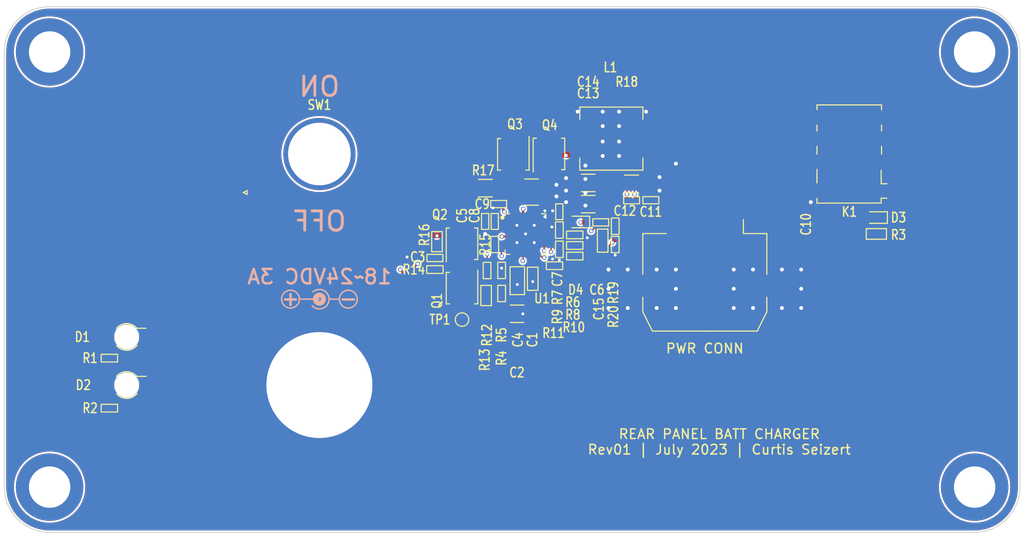
<source format=kicad_pcb>
(kicad_pcb (version 20211014) (generator pcbnew)
  (layers (0 "F.Cu" signal) (1 "In1.Cu" signal) (2 "In2.Cu" signal) (31 "B.Cu" signal) (34 "B.Paste" user) (35 "F.Paste" user) (36 "B.SilkS" user "B.Silkscreen") (37 "F.SilkS" user "F.Silkscreen") (38 "B.Mask" user) (39 "F.Mask" user) (44 "Edge.Cuts" user))
  (net 0 "")
  (net 1 "PWR_SW_GND")
  (net 2 "EP")
  (net 3 "2P")
  (net 4 "PWR_SW")
  (net 5 "Net-(C3-Pad1)")
  (net 6 "CHG_IN+")
  (net 7 "Net-(C4-Pad1)")
  (net 8 "Net-(C2-Pad1)")
  (net 9 "Net-(C3-Pad2)")
  (net 10 "PACK+")
  (net 11 "CHG")
  (net 13 "Net-(D1-Pad2)")
  (net 14 "ACP")
  (net 15 "VREF")
  (net 16 "ACN")
  (net 17 "CHG_VCC")
  (net 18 "/REGN")
  (net 19 "PH")
  (net 20 "/BTST")
  (net 21 "SRP")
  (net 22 "VFB")
  (net 23 "STAT1")
  (net 24 "STAT2")
  (net 25 "~{PG}")
  (net 26 "HIDRV")
  (net 27 "LODRV")
  (net 28 "TS")
  (net 29 "ACSET")
  (net 30 "ISET2")
  (net 31 "~{ACDRV}")
  (net 32 "ISET1")
  (net 33 "Net-(D2-Pad2)")
  (net 34 "CASE")
  (net 38 "CE")
  (net 39 "Net-(D3-Pad1)")
  (footprint "Package_SO:Vishay_PowerPAK_1212-8_Single" (layer "F.Cu") (at 83.893752 52.9675 90)
    (fp_text reference "Q4")
    (fp_text value "SiS106DN")
  )
  (footprint "Diode_SMD:D_SOD-523" (layer "F.Cu") (at 117.87 59.575 180)
    (fp_text reference "D3")
    (fp_text value "NSR0340")
  )
  (footprint "Resistor_SMD:R_0402_1005Metric" (layer "F.Cu") (at 77.47 65.075 90)
    (fp_text reference "R12")
    (fp_text value "100k")
  )
  (footprint "Resistor_SMD:R_1206_3216Metric" (layer "F.Cu") (at 77.28875 56.51875 180)
    (fp_text reference "R17")
    (fp_text value "0R01")
  )
  (footprint "Relay_SMD:Relay_DPDT_Omron_G6K-2F-Y" (layer "F.Cu") (at 115.07 52.975 180)
    (fp_text reference "K1")
    (fp_text value "G6K-2")
  )
  (footprint "Resistor_SMD:R_0402_1005Metric" (layer "F.Cu") (at 86.57 62.475 180)
    (fp_text reference "R8")
    (fp_text value "100k")
  )
  (footprint "Capacitor_SMD:C_1206_3216Metric_Red" (layer "F.Cu") (at 80.585909 69.575)
    (fp_text reference "C2")
    (fp_text value "2.2uF")
  )
  (footprint "Resistor_SMD:R_0402_1005Metric" (layer "F.Cu") (at 78.9825 67.4625 90)
    (fp_text reference "R4")
    (fp_text value "100k")
  )
  (footprint "Resistor_SMD:R_0603_1608Metric_red" (layer "F.Cu") (at 117.87 61.275 180)
    (fp_text reference "R3")
    (fp_text value "750R")
  )
  (footprint "Resistor_SMD:R_0402_1005Metric" (layer "F.Cu") (at 90.77 62.375 90)
    (fp_text reference "R20")
    (fp_text value "100k")
  )
  (footprint "MountingHole:MountingHole_4.3mm_M4_ISO14580_Pad" (layer "F.Cu") (at 128.07 42.375)
    (fp_text reference "H4" hide)
    (fp_text value "MountingHole")
  )
  (footprint "Package_SO:Vishay_PowerPAK_1212-8_Single" (layer "F.Cu") (at 74.87 62.2975 90)
    (fp_text reference "Q2")
    (fp_text value "SiS443DN")
  )
  (footprint "LED_SMD:LED_Osram_Lx_P47F_D2mm_ReverseMount" (layer "F.Cu") (at 40.07 76.975 180)
    (fp_text reference "D2")
    (fp_text value "LED")
  )
  (footprint "Resistor_SMD:R_0402_1005Metric" (layer "F.Cu") (at 86.57 63.575 180)
    (fp_text reference "R10")
    (fp_text value "249k")
  )
  (footprint "Capacitor_SMD:C_0402_1005Metric" (layer "F.Cu") (at 78.27 59.975 -90)
    (fp_text reference "C8")
    (fp_text value "0.1uF")
  )
  (footprint "Capacitor_SMD:C_0402_1005Metric" (layer "F.Cu") (at 89.27 60.075 180)
    (fp_text reference "C6")
    (fp_text value "0.1uF")
  )
  (footprint "Resistor_SMD:R_0402_1005Metric" (layer "F.Cu") (at 78.27 62.375 90)
    (fp_text reference "R15")
    (fp_text value "1k")
  )
  (footprint "Capacitor_SMD:C_0805_2012Metric_Red_outline" (layer "F.Cu") (at 80.6075 66.1325 -90)
    (fp_text reference "C4")
    (fp_text value "47nF C0G")
  )
  (footprint "MountingHole:MountingHole_4.3mm_M4_ISO14580_Pad" (layer "F.Cu") (at 32.07 42.375)
    (fp_text reference "H1" hide)
    (fp_text value "MountingHole")
  )
  (footprint "Capacitor_SMD:C_1206_3216Metric_Red" (layer "F.Cu") (at 87.97 58.175 180)
    (fp_text reference "C13")
    (fp_text value "10uF")
  )
  (footprint "Resistor_SMD:R_0402_1005Metric" (layer "F.Cu") (at 78.9825 65.0625 90)
    (fp_text reference "R5")
    (fp_text value "100k")
  )
  (footprint "Capacitor_SMD:C_0402_1005Metric" (layer "F.Cu") (at 84.97 58.975 90)
    (fp_text reference "C7")
    (fp_text value "1uF")
  )
  (footprint "Capacitor_SMD:C_0402_1005Metric" (layer "F.Cu") (at 72.0575 63.775 180)
    (fp_text reference "C3")
    (fp_text value "0.1uF")
  )
  (footprint "Capacitor_SMD:C_0603_1608Metric_red_outline" (layer "F.Cu") (at 89.47 61.975 -90)
    (fp_text reference "C15")
    (fp_text value "22pF")
  )
  (footprint "Capacitor_SMD:C_0402_1005Metric" (layer "F.Cu") (at 77.27 59.975 90)
    (fp_text reference "C5")
    (fp_text value "0.1uF")
  )
  (footprint "Capacitor_SMD:C_1210_3225Metric" (layer "F.Cu") (at 82.093752 56.9325)
    (fp_text reference "C10")
    (fp_text value "10uF")
  )
  (footprint "Resistor_SMD:R_0402_1005Metric" (layer "F.Cu") (at 84.47 64.575)
    (fp_text reference "R11")
    (fp_text value "49k9")
  )
  (footprint "Capacitor_SMD:C_1206_3216Metric_Red" (layer "F.Cu") (at 87.97 55.975 180)
    (fp_text reference "C14")
    (fp_text value "10uF")
  )
  (footprint "Inductor_SMD:L_Vishay_IHLP-2525" (layer "F.Cu") (at 90.37 51.375 180)
    (fp_text reference "L1")
    (fp_text value "8.2uH")
  )
  (footprint "Resistor_SMD:R_0603_1608Metric_red" (layer "F.Cu") (at 77.37 67.675 -90)
    (fp_text reference "R13")
    (fp_text value "2R")
  )
  (footprint "Panel_Cutouts:PanelCutout_6.5mm_PTH" (layer "F.Cu") (at 60.07 52.975)
    (fp_text reference "H5" hide)
    (fp_text value "MountingHole")
  )
  (footprint "Resistor_SMD:R_0402_1005Metric" (layer "F.Cu") (at 90.77 60.475 90)
    (fp_text reference "R19")
    (fp_text value "698k")
  )
  (footprint "Capacitor_SMD:C_0402_1005Metric" (layer "F.Cu") (at 94.47 57.775)
    (fp_text reference "C11")
    (fp_text value "0.1uF")
  )
  (footprint "Resistor_SMD:R_0402_1005Metric" (layer "F.Cu") (at 72.0575 64.975 180)
    (fp_text reference "R14")
    (fp_text value "100k")
  )
  (footprint "Resistor_SMD:R_0402_1005Metric" (layer "F.Cu") (at 84.97 62.875 -90)
    (fp_text reference "R9")
    (fp_text value "22k")
  )
  (footprint "Capacitor_SMD:C_0603_1608Metric_red_outline" (layer "F.Cu") (at 82.2075 65.9325 -90)
    (fp_text reference "C1")
    (fp_text value "1uF X7R")
  )
  (footprint "Package_DFN_QFN:HVQFN-24-1EP_4x4mm_P0.5mm_EP2.5x2.5mm" (layer "F.Cu") (at 81.4575 61.295)
    (fp_text reference "U1")
    (fp_text value "BQ24618")
  )
  (footprint "MountingHole:MountingHole_4.3mm_M4_ISO14580_Pad" (layer "F.Cu") (at 128.07 87.575)
    (fp_text reference "H3" hide)
    (fp_text value "MountingHole")
  )
  (footprint "Package_SO:Vishay_PowerPAK_1212-8_Single" (layer "F.Cu") (at 80.193752 53.01 -90)
    (fp_text reference "Q3")
    (fp_text value "SiS106DN")
  )
  (footprint "Resistor_SMD:R_1206_3216Metric" (layer "F.Cu") (at 92.47 56.075)
    (fp_text reference "R18")
    (fp_text value "0R01")
  )
  (footprint "Resistor_SMD:R_0402_1005Metric" (layer "F.Cu") (at 38.27 79.375 180)
    (fp_text reference "R2")
    (fp_text value "20k")
  )
  (footprint "LED_SMD:LED_Osram_Lx_P47F_D2mm_ReverseMount" (layer "F.Cu") (at 40.07 71.975 180)
    (fp_text reference "D1")
    (fp_text value "LED")
  )
  (footprint "Connector_Molex:Molex_Micro-Fit_3.0_43045-0610_2x03-1MP_P3.00mm_Horizontal" (layer "F.Cu") (at 100.07 58.875 180)
    (fp_text reference "J2" hide)
    (fp_text value "Molex Micro-Fit 3.0 43045-0610")
  )
  (footprint "Capacitor_SMD:C_0402_1005Metric" (layer "F.Cu") (at 92.47 57.775)
    (fp_text reference "C12")
    (fp_text value "0.1uF")
  )
  (footprint "Package_SO:Vishay_PowerPAK_1212-8_Single" (layer "F.Cu") (at 74.87 66.9075 -90)
    (fp_text reference "Q1")
    (fp_text value "SiS443DN")
  )
  (footprint "TestPoint:TestPoint_3Pads" (layer "F.Cu") (at 50.07 52.975 180)
    (fp_text reference "SW1")
    (fp_text value "SW_SPDT")
  )
  (footprint "Resistor_SMD:R_0402_1005Metric" (layer "F.Cu") (at 86.57 61.375 180)
    (fp_text reference "R6")
    (fp_text value "100k")
  )
  (footprint "Resistor_SMD:R_0402_1005Metric" (layer "F.Cu") (at 38.27 74.175 180)
    (fp_text reference "R1")
    (fp_text value "20k")
  )
  (footprint "Resistor_SMD:R_0402_1005Metric" (layer "F.Cu") (at 84.97 60.875 90)
    (fp_text reference "R7")
    (fp_text value "20k")
  )
  (footprint "Capacitor_SMD:C_0402_1005Metric" (layer "F.Cu") (at 78.67 58.175 180)
    (fp_text reference "C9")
    (fp_text value "1uF X5R")
  )
  (footprint "TestPoint:TestPoint_Pad_D1.0mm" (layer "F.Cu") (at 74.87 70.175)
    (fp_text reference "TP1")
    (fp_text value "TestPoint")
  )
  (footprint "Resistor_SMD:R_0603_1608Metric_red" (layer "F.Cu") (at 72.27 62.075 90)
    (fp_text reference "R16")
    (fp_text value "10R")
  )
  (footprint "MountingHole:MountingHole_4.3mm_M4_ISO14580_Pad" (layer "F.Cu") (at 32.07 87.575)
    (fp_text reference "H2" hide)
    (fp_text value "MountingHole")
  )
  (footprint "Connector_BarrelJack:BarrelJackDC_Switchcraft721_712" (layer "F.Cu") (at 60.07 76.975)
    (fp_text reference "J1" hide)
    (fp_text value "Barrel_Jack")
  )
  (footprint "Diode_SMD:D_SOD-523" (layer "F.Cu") (at 86.97 60.0325 180)
    (fp_text reference "D4")
    (fp_text value "NSR0340")
  )
  (footprint "Symbol:Symbol_Barrel_Polarity" (layer "B.Cu") (at 60.07 67.975 180)
    (fp_text reference "REF**" hide)
    (fp_text value "Symbol_Barrel_Polarity")
  )
  (gr_circle (center 79.07 59.575) (end 78.92 59.575) (layer "F.SilkS") (width 0.15) (fill solid))
  (gr_line (start 132.77 87.575) (end 132.77 42.375) (layer "Edge.Cuts") (width 0.1))
  (gr_line (start 27.37 87.575) (end 27.37 42.375) (layer "Edge.Cuts") (width 0.1))
  (gr_arc (start 132.77 87.575) (mid 131.393402 90.898402) (end 128.07 92.275) (layer "Edge.Cuts") (width 0.1))
  (gr_line (start 32.07 92.275) (end 128.07 92.275) (layer "Edge.Cuts") (width 0.1))
  (gr_arc (start 32.07 92.275) (mid 28.746598 90.898402) (end 27.37 87.575) (layer "Edge.Cuts") (width 0.1))
  (gr_arc (start 27.37 42.375) (mid 28.746598 39.051598) (end 32.07 37.675) (layer "Edge.Cuts") (width 0.1))
  (gr_line (start 32.07 37.675) (end 128.07 37.675) (layer "Edge.Cuts") (width 0.1))
  (gr_arc (start 128.07 37.675) (mid 131.393402 39.051598) (end 132.77 42.375) (layer "Edge.Cuts") (width 0.1))
  (gr_text "-" (at 63.07 67.975) (layer "B.SilkS") (effects (font (size 1.5 1.5) (thickness 0.25)) (justify mirror)))
  (gr_text "ON" (at 60.07 45.975) (layer "B.SilkS") (effects (font (size 2 2) (thickness 0.3)) (justify mirror)))
  (gr_text "18~24VDC 3A" (at 60.07 65.725) (layer "B.SilkS") (effects (font (size 1.5 1.5) (thickness 0.25)) (justify mirror)))
  (gr_text "+" (at 57.07 67.975) (layer "B.SilkS") (effects (font (size 1.5 1.5) (thickness 0.25)) (justify mirror)))
  (gr_text "OFF" (at 60.07 59.975) (layer "B.SilkS") (effects (font (size 2 2) (thickness 0.3)) (justify mirror)))
  (gr_text "PWR CONN" (at 100.07 73.175) (layer "F.SilkS") (effects (font (size 1 1))))
  (gr_text "REAR PANEL BATT CHARGER\nRev01 | July 2023 | Curtis Seizert" (at 101.57 82.875) (layer "F.SilkS") (effects (font (size 1 1))))
  (segment (start 109.77 50.175) (end 112.67 50.175) (width 0.2) (layer "F.Cu") (net 1))
  (segment (start 112.17 53.575) (end 111.57 53.575) (width 0.2) (layer "F.Cu") (net 1))
  (segment (start 50.07 48.975) (end 50.07 45.175) (width 0.2) (layer "F.Cu") (net 1))
  (segment (start 50.07 45.175) (end 54.77 40.475) (width 0.2) (layer "F.Cu") (net 1))
  (segment (start 54.77 40.475) (end 100.07 40.475) (width 0.2) (layer "F.Cu") (net 1))
  (segment (start 103.07 61.19) (end 103.255 61.19) (width 0.2) (layer "F.Cu") (net 1))
  (segment (start 100.07 40.475) (end 109.77 50.175) (width 0.2) (layer "F.Cu") (net 1))
  (segment (start 112.97 50.475) (end 112.97 52.775) (width 0.2) (layer "F.Cu") (net 1))
  (segment (start 112.67 50.175) (end 112.97 50.475) (width 0.2) (layer "F.Cu") (net 1))
  (segment (start 110.87 53.575) (end 111.57 53.575) (width 0.2) (layer "F.Cu") (net 1))
  (segment (start 112.97 52.775) (end 112.17 53.575) (width 0.2) (layer "F.Cu") (net 1))
  (segment (start 103.255 61.19) (end 110.87 53.575) (width 0.2) (layer "F.Cu") (net 1))
  (segment (start 84.98 64.575) (end 84.98 63.985) (width 0.3) (layer "F.Cu") (net 2))
  (segment (start 84.97 63.385) (end 84.97 63.975) (width 0.3) (layer "F.Cu") (net 2))
  (segment (start 84.27 63.875) (end 84.87 63.875) (width 0.3) (layer "F.Cu") (net 2))
  (segment (start 78.19 58.455) (end 78.19 58.175) (width 0.25) (layer "F.Cu") (net 2))
  (segment (start 84.835 60.545) (end 85.0075 60.3725) (width 0.25) (layer "F.Cu") (net 2))
  (segment (start 78.07 58.575) (end 78.19 58.455) (width 0.25) (layer "F.Cu") (net 2))
  (segment (start 83.395 60.545) (end 82.4 60.545) (width 0.2) (layer "F.Cu") (net 2))
  (segment (start 114.37 59.575) (end 111.57 56.775) (width 0.2) (layer "F.Cu") (net 2))
  (segment (start 81.985909 69.575) (end 81.185909 69.575) (width 1) (layer "F.Cu") (net 2))
  (segment (start 82.4 60.545) (end 82.2075 60.545) (width 0.2) (layer "F.Cu") (net 2))
  (segment (start 84.98 63.985) (end 84.97 63.975) (width 0.3) (layer "F.Cu") (net 2))
  (segment (start 84.2 60.545) (end 83.395 60.545) (width 0.25) (layer "F.Cu") (net 2))
  (segment (start 84.2 60.545) (end 84.835 60.545) (width 0.25) (layer "F.Cu") (net 2))
  (segment (start 117.17 59.575) (end 114.37 59.575) (width 0.2) (layer "F.Cu") (net 2))
  (segment (start 84.87 63.875) (end 84.97 63.975) (width 0.3) (layer "F.Cu") (net 2))
  (via (at 95.07 64.975) (size 0.8) (drill 0.4) (layers "F.Cu" "B.Cu") (net 2))
  (via (at 80.6075 66.5325) (size 0.45) (drill 0.3) (layers "F.Cu" "B.Cu") (net 2))
  (via (at 97.07 64.975) (size 0.8) (drill 0.4) (layers "F.Cu" "B.Cu") (net 2))
  (via (at 78.9825 64.8325) (size 0.45) (drill 0.3) (layers "F.Cu" "B.Cu") (net 2))
  (via (at 97.07 66.975) (size 0.8) (drill 0.4) (layers "F.Cu" "B.Cu") (net 2))
  (via (at 85.67 57.975) (size 0.8) (drill 0.4) (layers "F.Cu" "B.Cu") (net 2))
  (via (at 108.07 64.975) (size 0.8) (drill 0.4) (layers "F.Cu" "B.Cu") (net 2))
  (via (at 87.67 58.325) (size 0.8) (drill 0.4) (layers "F.Cu" "B.Cu") (net 2))
  (via (at 78.07 58.575) (size 0.45) (drill 0.3) (layers "F.Cu" "B.Cu") (net 2))
  (via (at 81.47 61.275) (size 0.45) (drill 0.3) (layers "F.Cu" "B.Cu") (net 2))
  (via (at 84.2 60.545) (size 0.45) (drill 0.3) (layers "F.Cu" "B.Cu") (net 2))
  (via (at 86.87 48.575) (size 0.8) (drill 0.4) (layers "F.Cu" "B.Cu") (net 2))
  (via (at 95.07 68.975) (size 0.8) (drill 0.4) (layers "F.Cu" "B.Cu") (net 2))
  (via (at 90.07 68.975) (size 0.8) (drill 0.4) (layers "F.Cu" "B.Cu") (net 2))
  (via (at 82.37 60.375) (size 0.45) (drill 0.3) (layers "F.Cu" "B.Cu") (net 2))
  (via (at 82.2075 66.2325) (size 0.45) (drill 0.3) (layers "F.Cu" "B.Cu") (net 2))
  (via (at 92.07 68.975) (size 0.8) (drill 0.4) (layers "F.Cu" "B.Cu") (net 2))
  (via (at 110.07 68.975) (size 0.8) (drill 0.4) (layers "F.Cu" "B.Cu") (net 2))
  (via (at 95.37 56.775) (size 0.8) (drill 0.4) (layers "F.Cu" "B.Cu") (net 2))
  (via (at 103.07 64.975) (size 0.8) (drill 0.4) (layers "F.Cu" "B.Cu") (net 2))
  (via (at 89.47 48.575) (size 0.8) (drill 0.4) (layers "F.Cu" "B.Cu") (net 2))
  (via (at 84.67 56.175) (size 0.8) (drill 0.4) (layers "F.Cu" "B.Cu") (net 2))
  (via (at 87.87 61.675) (size 0.45) (drill 0.3) (layers "F.Cu" "B.Cu") (net 2))
  (via (at 108.07 68.975) (size 0.8) (drill 0.4) (layers "F.Cu" "B.Cu") (net 2))
  (via (at 91.17 48.575) (size 0.8) (drill 0.4) (layers "F.Cu" "B.Cu") (net 2))
  (via (at 89.47 51.675) (size 0.8) (drill 0.4) (layers "F.Cu" "B.Cu") (net 2))
  (via (at 84.27 58.875) (size 0.45) (drill 0.3) (layers "F.Cu" "B.Cu") (net 2))
  (via (at 103.07 68.975) (size 0.8) (drill 0.4) (layers "F.Cu" "B.Cu") (net 2))
  (via (at 97.07 68.975) (size 0.8) (drill 0.4) (layers "F.Cu" "B.Cu") (net 2))
  (via (at 95.37 55.375) (size 0.8) (drill 0.4) (layers "F.Cu" "B.Cu") (net 2))
  (via (at 105.07 64.975) (size 0.8) (drill 0.4) (layers "F.Cu" "B.Cu") (net 2))
  (via (at 84.97 63.975) (size 0.45) (drill 0.3) (layers "F.Cu" "B.Cu") (net 2))
  (via (at 87.67 57.025) (size 0.8) (drill 0.4) (layers "F.Cu" "B.Cu") (net 2))
  (via (at 89.47 53.175) (size 0.8) (drill 0.4) (layers "F.Cu" "B.Cu") (net 2))
  (via (at 80.57 60.375) (size 0.45) (drill 0.3) (layers "F.Cu" "B.Cu") (net 2))
  (via (at 69.17 63.675) (size 0.45) (drill 0.3) (layers "F.Cu" "B.Cu") (net 2))
  (via (at 83.47 59.475) (size 0.45) (drill 0.3) (layers "F.Cu" "B.Cu") (net 2))
  (via (at 90.77 63.475) (size 0.45) (drill 0.3) (layers "F.Cu" "B.Cu") (net 2))
  (via (at 84.67 57.375) (size 0.8) (drill 0.4) (layers "F.Cu" "B.Cu") (net 2))
  (via (at 111.07 57.975) (size 0.8) (drill 0.4) (layers "F.Cu" "B.Cu") (net 2))
  (via (at 83.47 58.875) (size 0.45) (drill 0.3) (layers "F.Cu" "B.Cu") (net 2))
  (via (at 84.27 63.875) (size 0.45) (drill 0.3) (layers "F.Cu" "B.Cu") (net 2))
  (via (at 92.07 64.975) (size 0.8) (drill 0.4) (layers "F.Cu" "B.Cu") (net 2))
  (via (at 110.07 64.975) (size 0.8) (drill 0.4) (layers "F.Cu" "B.Cu") (net 2))
  (via (at 105.07 68.975) (size 0.8) (drill 0.4) (layers "F.Cu" "B.Cu") (net 2))
  (via (at 91.17 50.075) (size 0.8) (drill 0.4) (layers "F.Cu" "B.Cu") (net 2))
  (via (at 82.37 62.175) (size 0.45) (drill 0.3) (layers "F.Cu" "B.Cu") (net 2))
  (via (at 85.67 56.775) (size 0.8) (drill 0.4) (layers "F.Cu" "B.Cu") (net 2))
  (via (at 110.07 66.975) (size 0.8) (drill 0.4) (layers "F.Cu" "B.Cu") (net 2))
  (via (at 87.67 54.175) (size 0.8) (drill 0.4) (layers "F.Cu" "B.Cu") (net 2))
  (via (at 90.07 64.975) (size 0.8) (drill 0.4) (layers "F.Cu" "B.Cu") (net 2))
  (via (at 85.67 55.475) (size 0.8) (drill 0.4) (layers "F.Cu" "B.Cu") (net 2))
  (via (at 91.17 53.175) (size 0.8) (drill 0.4) (layers "F.Cu" "B.Cu") (net 2))
  (via (at 91.17 51.675) (size 0.8) (drill 0.4) (layers "F.Cu" "B.Cu") (net 2))
  (via (at 80.57 62.175) (size 0.45) (drill 0.3) (layers "F.Cu" "B.Cu") (net 2))
  (via (at 103.07 66.975) (size 0.8) (drill 0.4) (layers "F.Cu" "B.Cu") (net 2))
  (via (at 87.67 55.575) (size 0.8) (drill 0.4) (layers "F.Cu" "B.Cu") (net 2))
  (via (at 97.07 53.975) (size 0.8) (drill 0.4) (layers "F.Cu" "B.Cu") (net 2))
  (via (at 77.27 61.275) (size 0.8) (drill 0.4) (layers "F.Cu" "B.Cu") (net 2))
  (via (at 93.97 48.575) (size 0.8) (drill 0.4) (layers "F.Cu" "B.Cu") (net 2))
  (via (at 90.07 66.975) (size 0.8) (drill 0.4) (layers "F.Cu" "B.Cu") (net 2))
  (via (at 89.47 50.075) (size 0.8) (drill 0.4) (layers "F.Cu" "B.Cu") (net 2))
  (via (at 81.185909 69.575) (size 0.6) (drill 0.3) (layers "F.Cu" "B.Cu") (net 2))
  (segment (start 113.67 54.075) (end 113.67 49.775) (width 0.2) (layer "F.Cu") (net 3))
  (segment (start 111.07 54.875) (end 112.87 54.875) (width 0.2) (layer "F.Cu") (net 3))
  (segment (start 47.27 56.975) (end 50.07 56.975) (width 0.2) (layer "F.Cu") (net 3))
  (segment (start 110.47 49.175) (end 100.67 39.375) (width 0.2) (layer "F.Cu") (net 3))
  (segment (start 100.07 61.19) (end 102.155 63.275) (width 0.2) (layer "F.Cu") (net 3))
  (segment (start 113.07 49.175) (end 111.57 49.175) (width 0.2) (layer "F.Cu") (net 3))
  (segment (start 106.17 63.275) (end 108.67 60.775) (width 0.2) (layer "F.Cu") (net 3))
  (segment (start 108.67 57.275) (end 111.07 54.875) (width 0.2) (layer "F.Cu") (net 3))
  (segment (start 100.67 39.375) (end 51.37 39.375) (width 0.2) (layer "F.Cu") (net 3))
  (segment (start 112.87 54.875) (end 113.67 54.075) (width 0.2) (layer "F.Cu") (net 3))
  (segment (start 102.155 63.275) (end 106.17 63.275) (width 0.2) (layer "F.Cu") (net 3))
  (segment (start 51.37 39.375) (end 46.77 43.975) (width 0.2) (layer "F.Cu") (net 3))
  (segment (start 113.67 49.775) (end 113.07 49.175) (width 0.2) (layer "F.Cu") (net 3))
  (segment (start 46.77 56.475) (end 47.27 56.975) (width 0.2) (layer "F.Cu") (net 3))
  (segment (start 108.67 60.775) (end 108.67 57.275) (width 0.2) (layer "F.Cu") (net 3))
  (segment (start 111.57 49.175) (end 110.47 49.175) (width 0.2) (layer "F.Cu") (net 3))
  (segment (start 46.77 43.975) (end 46.77 56.475) (width 0.2) (layer "F.Cu") (net 3))
  (segment (start 103.07 45.375) (end 103.07 56.56) (width 0.2) (layer "F.Cu") (net 4))
  (segment (start 53.17 50.775) (end 53.17 45.175) (width 0.2) (layer "F.Cu") (net 4))
  (segment (start 50.07 52.975) (end 50.97 52.975) (width 0.2) (layer "F.Cu") (net 4))
  (segment (start 50.97 52.975) (end 53.17 50.775) (width 0.2) (layer "F.Cu") (net 4))
  (segment (start 56.97 41.375) (end 99.07 41.375) (width 0.2) (layer "F.Cu") (net 4))
  (segment (start 99.07 41.375) (end 103.07 45.375) (width 0.2) (layer "F.Cu") (net 4))
  (segment (start 53.17 45.175) (end 56.97 41.375) (width 0.2) (layer "F.Cu") (net 4))
  (segment (start 72.635 63.7325) (end 72.435 63.9325) (width 0.15) (layer "F.Cu") (net 5))
  (segment (start 72.5675 64.975) (end 72.51 64.9175) (width 0.15) (layer "F.Cu") (net 5))
  (segment (start 73.88 63.7325) (end 72.635 63.7325) (width 0.15) (layer "F.Cu") (net 5))
  (segment (start 72.51 64.9175) (end 72.51 62.5325) (width 0.15) (layer "F.Cu") (net 5))
  (segment (start 35.67 80.175) (end 35.67 76.325) (width 0.2) (layer "F.Cu") (net 6))
  (segment (start 36.52 75.475) (end 37.48 75.475) (width 0.2) (layer "F.Cu") (net 6))
  (segment (start 113.57 76.975) (end 72.07 76.975) (width 0.2) (layer "F.Cu") (net 6))
  (segment (start 77.37 65.685) (end 77.47 65.585) (width 0.15) (layer "F.Cu") (net 6))
  (segment (start 77.37 67.025) (end 77.37 65.685) (width 0.15) (layer "F.Cu") (net 6))
  (segment (start 35.76 80.265) (end 35.67 80.175) (width 0.2) (layer "F.Cu") (net 6))
  (segment (start 42.97 87.075) (end 38.78 82.885) (width 0.2) (layer "F.Cu") (net 6))
  (segment (start 77.37 67.025) (end 75.31 67.025) (width 0.5) (layer "F.Cu") (net 6))
  (segment (start 69.37 87.075) (end 42.97 87.075) (width 0.2) (layer "F.Cu") (net 6))
  (segment (start 35.67 76.325) (end 36.52 75.475) (width 0.2) (layer "F.Cu") (net 6))
  (segment (start 38.78 82.885) (end 38.78 80.265) (width 0.2) (layer "F.Cu") (net 6))
  (segment (start 75.31 67.025) (end 74.87 67.465) (width 0.5) (layer "F.Cu") (net 6))
  (segment (start 38.78 80.265) (end 38.78 79.375) (width 0.2) (layer "F.Cu") (net 6))
  (segment (start 117.22 61.275) (end 117.22 73.325) (width 0.2) (layer "F.Cu") (net 6))
  (segment (start 38.78 80.265) (end 35.76 80.265) (width 0.2) (layer "F.Cu") (net 6))
  (segment (start 72.07 76.975) (end 72.07 84.375) (width 0.2) (layer "F.Cu") (net 6))
  (segment (start 37.48 75.475) (end 38.78 74.175) (width 0.2) (layer "F.Cu") (net 6))
  (segment (start 117.22 73.325) (end 113.57 76.975) (width 0.2) (layer "F.Cu") (net 6))
  (segment (start 72.07 84.375) (end 69.37 87.075) (width 0.2) (layer "F.Cu") (net 6))
  (segment (start 80.6075 64.5325) (end 80.2075 64.1325) (width 0.15) (layer "F.Cu") (net 7))
  (segment (start 80.2075 64.1325) (end 80.2075 63.2325) (width 0.15) (layer "F.Cu") (net 7))
  (segment (start 80.6075 65.1825) (end 80.6075 64.5325) (width 0.15) (layer "F.Cu") (net 7))
  (segment (start 77.37 68.325) (end 78.62 69.575) (width 0.5) (layer "F.Cu") (net 8))
  (segment (start 78.62 69.575) (end 79.185909 69.575) (width 0.5) (layer "F.Cu") (net 8))
  (segment (start 76.2875 63.78) (end 76.24 63.7325) (width 0.15) (layer "F.Cu") (net 9))
  (segment (start 72.705 66.1325) (end 71.5475 64.975) (width 0.15) (layer "F.Cu") (net 9))
  (segment (start 78.27 62.885) (end 77.06 62.885) (width 0.15) (layer "F.Cu") (net 9))
  (segment (start 73.88 65.96) (end 74.1125 66.1925) (width 0.15) (layer "F.Cu") (net 9))
  (segment (start 76.2875 66.1925) (end 76.2875 63.78) (width 0.15) (layer "F.Cu") (net 9))
  (segment (start 76.24 63.7325) (end 75.86 63.7325) (width 0.15) (layer "F.Cu") (net 9))
  (segment (start 71.5475 64.975) (end 71.5475 63.805) (width 0.15) (layer "F.Cu") (net 9))
  (segment (start 76.2125 63.7325) (end 75.86 63.7325) (width 0.15) (layer "F.Cu") (net 9))
  (segment (start 74.1125 66.1925) (end 76.2875 66.1925) (width 0.15) (layer "F.Cu") (net 9))
  (segment (start 71.5475 63.805) (end 71.5775 63.775) (width 0.15) (layer "F.Cu") (net 9))
  (segment (start 73.88 65.4725) (end 73.88 65.7125) (width 0.15) (layer "F.Cu") (net 9))
  (segment (start 73.46 66.1325) (end 72.705 66.1325) (width 0.15) (layer "F.Cu") (net 9))
  (segment (start 73.88 65.7125) (end 73.46 66.1325) (width 0.15) (layer "F.Cu") (net 9))
  (segment (start 73.88 65.4725) (end 73.88 65.96) (width 0.15) (layer "F.Cu") (net 9))
  (segment (start 77.06 62.885) (end 76.2125 63.7325) (width 0.15) (layer "F.Cu") (net 9))
  (segment (start 83.395 63.02) (end 83.395 62.545) (width 0.15) (layer "F.Cu") (net 10))
  (segment (start 91.99 56.695) (end 91.99 57.155) (width 0.15) (layer "F.Cu") (net 10))
  (segment (start 89.535 61.2) (end 89.47 61.2) (width 0.15) (layer "F.Cu") (net 10))
  (segment (start 91.0075 56.075) (end 91.37 56.075) (width 0.15) (layer "F.Cu") (net 10))
  (segment (start 91.37 56.075) (end 91.99 56.695) (width 0.15) (layer "F.Cu") (net 10))
  (segment (start 90.77 59.965) (end 89.535 61.2) (width 0.15) (layer "F.Cu") (net 10))
  (segment (start 91.99 57.155) (end 91.99 57.775) (width 0.15) (layer "F.Cu") (net 10))
  (via (at 83.395 63.02) (size 0.45) (drill 0.3) (layers "F.Cu" "B.Cu") (net 10))
  (via (at 91.99 57.155) (size 0.45) (drill 0.3) (layers "F.Cu" "B.Cu") (net 10))
  (segment (start 104.57 58.375) (end 111.57 51.375) (width 0.2) (layer "F.Cu") (net 11))
  (segment (start 100.07 56.56) (end 101.885 58.375) (width 0.2) (layer "F.Cu") (net 11))
  (segment (start 101.885 58.375) (end 104.57 58.375) (width 0.2) (layer "F.Cu") (net 11))
  (segment (start 37.77 74.165) (end 37.77 71.975) (width 0.2) (layer "F.Cu") (net 13))
  (segment (start 78.26 60.545) (end 79.52 60.545) (width 0.15) (layer "F.Cu") (net 14))
  (segment (start 75.82625 56.51875) (end 76.41375 56.51875) (width 0.15) (layer "F.Cu") (net 14))
  (segment (start 77.07 59.295) (end 77.27 59.495) (width 0.15) (layer "F.Cu") (net 14))
  (segment (start 76.41375 56.51875) (end 77.07 57.175) (width 0.15) (layer "F.Cu") (net 14))
  (segment (start 77.07 57.175) (end 77.07 59.295) (width 0.15) (layer "F.Cu") (net 14))
  (segment (start 77.27 59.495) (end 77.27 59.555) (width 0.15) (layer "F.Cu") (net 14))
  (segment (start 77.27 59.555) (end 78.26 60.545) (width 0.15) (layer "F.Cu") (net 14))
  (segment (start 79.7075 67.3875) (end 79.7075 66.706459) (width 0.15) (layer "F.Cu") (net 15))
  (segment (start 82.2075 65.1575) (end 82.625 65.575) (width 0.15) (layer "F.Cu") (net 15))
  (segment (start 87.08 64.646252) (end 87.08 61.375) (width 0.15) (layer "F.Cu") (net 15))
  (segment (start 79.7075 66.706459) (end 80.481459 65.9325) (width 0.15) (layer "F.Cu") (net 15))
  (segment (start 81.4325 65.9325) (end 82.2075 65.1575) (width 0.15) (layer "F.Cu") (net 15))
  (segment (start 78.9825 68.1125) (end 79.7075 67.3875) (width 0.15) (layer "F.Cu") (net 15))
  (segment (start 82.625 65.575) (end 86.151252 65.575) (width 0.15) (layer "F.Cu") (net 15))
  (segment (start 86.151252 65.575) (end 87.08 64.646252) (width 0.15) (layer "F.Cu") (net 15))
  (segment (start 80.481459 65.9325) (end 81.4325 65.9325) (width 0.15) (layer "F.Cu") (net 15))
  (segment (start 81.7075 64.6575) (end 82.2075 65.1575) (width 0.15) (layer "F.Cu") (net 15))
  (segment (start 81.7075 63.2325) (end 81.7075 64.6575) (width 0.15) (layer "F.Cu") (net 15))
  (segment (start 78.74 60.045) (end 77.37 58.675) (width 0.15) (layer "F.Cu") (net 16))
  (segment (start 79.52 60.045) (end 78.74 60.045) (width 0.15) (layer "F.Cu") (net 16))
  (segment (start 77.37 57.275) (end 78.12625 56.51875) (width 0.15) (layer "F.Cu") (net 16))
  (segment (start 77.37 58.675) (end 77.37 57.275) (width 0.15) (layer "F.Cu") (net 16))
  (segment (start 78.75125 56.83625) (end 78.75125 56.51875) (width 0.15) (layer "F.Cu") (net 16))
  (segment (start 78.12625 56.51875) (end 78.75125 56.51875) (width 0.15) (layer "F.Cu") (net 16))
  (segment (start 79.27 58.975) (end 79.15 58.855) (width 0.25) (layer "F.Cu") (net 17))
  (segment (start 80.2075 59.3575) (end 79.6525 59.3575) (width 0.25) (layer "F.Cu") (net 17))
  (segment (start 79.15 58.855) (end 79.15 58.175) (width 0.25) (layer "F.Cu") (net 17))
  (segment (start 79.6525 59.3575) (end 79.27 58.975) (width 0.25) (layer "F.Cu") (net 17))
  (via (at 79.27 58.975) (size 0.45) (drill 0.3) (layers "F.Cu" "B.Cu") (net 17))
  (via (at 72.27 61.475) (size 0.45) (drill 0.3) (layers "F.Cu" "B.Cu") (net 17))
  (segment (start 84.075 60.045) (end 84.665 59.455) (width 0.15) (layer "F.Cu") (net 18))
  (segment (start 84.665 59.455) (end 85.6925 59.455) (width 0.15) (layer "F.Cu") (net 18))
  (segment (start 85.6925 59.455) (end 86.27 60.0325) (width 0.15) (layer "F.Cu") (net 18))
  (segment (start 83.395 60.045) (end 84.075 60.045) (width 0.15) (layer "F.Cu") (net 18))
  (segment (start 89.2 60.625) (end 88.62 60.625) (width 0.15) (layer "F.Cu") (net 19))
  (segment (start 82.07 58.225) (end 82.07 52.91) (width 0.15) (layer "F.Cu") (net 19))
  (segment (start 82.07 52.91) (end 82.57 52.41) (width 0.15) (layer "F.Cu") (net 19))
  (segment (start 82.2075 58.3625) (end 82.07 58.225) (width 0.15) (layer "F.Cu") (net 19))
  (segment (start 82.2075 59.3575) (end 82.2075 58.4375) (width 0.15) (layer "F.Cu") (net 19))
  (segment (start 88.62 60.625) (end 88.27 60.975) (width 0.15) (layer "F.Cu") (net 19))
  (segment (start 82.2075 58.4375) (end 82.2075 58.3625) (width 0.15) (layer "F.Cu") (net 19))
  (segment (start 89.75 60.075) (end 89.2 60.625) (width 0.15) (layer "F.Cu") (net 19))
  (segment (start 82.57 52.41) (end 83.893752 52.41) (width 0.15) (layer "F.Cu") (net 19))
  (via (at 88.27 60.975) (size 0.45) (drill 0.3) (layers "F.Cu" "B.Cu") (net 19))
  (via (at 85.67 53.125) (size 0.45) (drill 0.3) (layers "F.Cu" "B.Cu") (net 19))
  (segment (start 87.17 60.075) (end 87.2125 60.0325) (width 0.15) (layer "F.Cu") (net 20))
  (segment (start 81.22 58.675) (end 81.2075 58.6875) (width 0.15) (layer "F.Cu") (net 20))
  (segment (start 88.79 60.075) (end 87.17 60.075) (width 0.15) (layer "F.Cu") (net 20))
  (segment (start 87.2125 60.0325) (end 87.67 60.0325) (width 0.15) (layer "F.Cu") (net 20))
  (segment (start 81.2075 58.6875) (end 81.2075 59.3575) (width 0.15) (layer "F.Cu") (net 20))
  (via (at 87.17 60.075) (size 0.45) (drill 0.3) (layers "F.Cu" "B.Cu") (net 20))
  (via (at 81.22 58.675) (size 0.45) (drill 0.3) (layers "F.Cu" "B.Cu") (net 20))
  (segment (start 92.77 57.595) (end 92.95 57.775) (width 0.15) (layer "F.Cu") (net 21))
  (segment (start 92.95 57.775) (end 93.99 57.775) (width 0.15) (layer "F.Cu") (net 21))
  (segment (start 83.9075 62.0325) (end 83.4075 62.0325) (width 0.15) (layer "F.Cu") (net 21))
  (segment (start 92.77 57.175) (end 92.77 57.595) (width 0.15) (layer "F.Cu") (net 21))
  (segment (start 93.9325 52.0165) (end 93.291 51.375) (width 1) (layer "F.Cu") (net 21))
  (segment (start 84.1075 62.2325) (end 83.9075 62.0325) (width 0.15) (layer "F.Cu") (net 21))
  (segment (start 93.9325 56.075) (end 93.37 56.075) (width 0.15) (layer "F.Cu") (net 21))
  (segment (start 92.77 56.675) (end 92.77 57.175) (width 0.15) (layer "F.Cu") (net 21))
  (segment (start 84.1075 63.1325) (end 84.1075 62.2325) (width 0.15) (layer "F.Cu") (net 21))
  (segment (start 93.9325 56.075) (end 93.9325 52.0165) (width 1) (layer "F.Cu") (net 21))
  (segment (start 93.37 56.075) (end 92.77 56.675) (width 0.15) (layer "F.Cu") (net 21))
  (segment (start 83.4075 62.0325) (end 83.395 62.045) (width 0.15) (layer "F.Cu") (net 21))
  (via (at 84.1075 63.1325) (size 0.45) (drill 0.3) (layers "F.Cu" "B.Cu") (net 21))
  (via (at 92.77 57.175) (size 0.45) (drill 0.3) (layers "F.Cu" "B.Cu") (net 21))
  (segment (start 83.2075 63.7325) (end 82.7075 63.2325) (width 0.15) (layer "F.Cu") (net 22))
  (segment (start 89.885 62.75) (end 89.47 62.75) (width 0.15) (layer "F.Cu") (net 22))
  (segment (start 90.465 62.17) (end 89.885 62.75) (width 0.15) (layer "F.Cu") (net 22))
  (segment (start 90.77 61.865) (end 90.465 62.17) (width 0.15) (layer "F.Cu") (net 22))
  (segment (start 90.77 60.985) (end 90.77 61.865) (width 0.15) (layer "F.Cu") (net 22))
  (segment (start 83.4075 63.7325) (end 83.2075 63.7325) (width 0.15) (layer "F.Cu") (net 22))
  (via (at 90.465 62.17) (size 0.45) (drill 0.3) (layers "F.Cu" "B.Cu") (net 22))
  (via (at 83.4075 63.7325) (size 0.45) (drill 0.3) (layers "F.Cu" "B.Cu") (net 22))
  (segment (start 42.37 78.275) (end 50.17 86.075) (width 0.2) (layer "F.Cu") (net 23))
  (segment (start 50.17 86.075) (end 66.67 86.075) (width 0.2) (layer "F.Cu") (net 23))
  (segment (start 78.95618 63.53618) (end 78.95618 62.825266) (width 0.15) (layer "F.Cu") (net 23))
  (segment (start 66.67 86.075) (end 69.37 83.375) (width 0.2) (layer "F.Cu") (net 23))
  (segment (start 69.37 65.275) (end 70.27 64.375) (width 0.2) (layer "F.Cu") (net 23))
  (segment (start 78.95618 62.825266) (end 78.8575 62.726586) (width 0.15) (layer "F.Cu") (net 23))
  (segment (start 79.035457 62.045) (end 79.52 62.045) (width 0.15) (layer "F.Cu") (net 23))
  (segment (start 42.37 76.975) (end 42.37 78.275) (width 0.2) (layer "F.Cu") (net 23))
  (segment (start 78.8575 62.726586) (end 78.8575 62.222957) (width 0.15) (layer "F.Cu") (net 23))
  (segment (start 69.37 83.375) (end 69.37 65.275) (width 0.2) (layer "F.Cu") (net 23))
  (segment (start 78.8575 62.222957) (end 79.035457 62.045) (width 0.15) (layer "F.Cu") (net 23))
  (segment (start 78.9825 63.5625) (end 78.95618 63.53618) (width 0.15) (layer "F.Cu") (net 23))
  (via (at 78.9825 63.5625) (size 0.45) (drill 0.3) (layers "F.Cu" "B.Cu") (net 23))
  (via (at 70.27 64.375) (size 0.45) (drill 0.3) (layers "F.Cu" "B.Cu") (net 23))
  (segment (start 81.2075 63.2325) (end 81.2075 64.0375) (width 0.15) (layer "F.Cu") (net 24))
  (segment (start 81.2075 64.0375) (end 81.17 64.075) (width 0.15) (layer "F.Cu") (net 24))
  (segment (start 44.17 73.775) (end 44.17 77.975) (width 0.2) (layer "F.Cu") (net 24))
  (segment (start 42.37 71.975) (end 44.17 73.775) (width 0.2) (layer "F.Cu") (net 24))
  (segment (start 44.17 77.975) (end 51.67 85.475) (width 0.2) (layer "F.Cu") (net 24))
  (segment (start 68.67 82.475) (end 68.67 65.175) (width 0.2) (layer "F.Cu") (net 24))
  (segment (start 51.67 85.475) (end 65.67 85.475) (width 0.2) (layer "F.Cu") (net 24))
  (segment (start 68.67 65.175) (end 68.47 64.975) (width 0.2) (layer "F.Cu") (net 24))
  (segment (start 65.67 85.475) (end 68.67 82.475) (width 0.2) (layer "F.Cu") (net 24))
  (via (at 68.47 64.975) (size 0.45) (drill 0.3) (layers "F.Cu" "B.Cu") (net 24))
  (via (at 81.17 64.075) (size 0.45) (drill 0.3) (layers "F.Cu" "B.Cu") (net 24))
  (segment (start 79.438752 52.2975) (end 79.203752 52.0625) (width 0.15) (layer "F.Cu") (net 26))
  (segment (start 81.7075 59.3575) (end 81.7075 58.460748) (width 0.15) (layer "F.Cu") (net 26))
  (segment (start 81.67 58.423248) (end 81.67 52.613748) (width 0.15) (layer "F.Cu") (net 26))
  (segment (start 81.67 52.613748) (end 81.353752 52.2975) (width 0.15) (layer "F.Cu") (net 26))
  (segment (start 81.7075 58.460748) (end 81.67 58.423248) (width 0.15) (layer "F.Cu") (net 26))
  (segment (start 79.203752 52.0625) (end 79.203752 51.575) (width 0.15) (layer "F.Cu") (net 26))
  (segment (start 81.353752 52.2975) (end 79.438752 52.2975) (width 0.15) (layer "F.Cu") (net 26))
  (segment (start 84.6825 53.5975) (end 82.4825 53.5975) (width 0.15) (layer "F.Cu") (net 27))
  (segment (start 82.47 53.61) (end 82.47 57.95) (width 0.15) (layer "F.Cu") (net 27))
  (segment (start 82.4825 53.5975) (end 82.47 53.61) (width 0.15) (layer "F.Cu") (net 27))
  (segment (start 84.883752 54.4025) (end 84.883752 53.798752) (width 0.15) (layer "F.Cu") (net 27))
  (segment (start 82.47 57.95) (end 82.7075 58.1875) (width 0.15) (layer "F.Cu") (net 27))
  (segment (start 84.883752 53.798752) (end 84.6825 53.5975) (width 0.15) (layer "F.Cu") (net 27))
  (segment (start 82.7075 58.1875) (end 82.7075 59.3575) (width 0.15) (layer "F.Cu") (net 27))
  (segment (start 78.9825 66.8125) (end 78.9825 65.7125) (width 0.15) (layer "F.Cu") (net 28))
  (segment (start 78.9825 65.7125) (end 79.6575 65.0375) (width 0.15) (layer "F.Cu") (net 28))
  (segment (start 79.6575 62.6825) (end 79.52 62.545) (width 0.15) (layer "F.Cu") (net 28))
  (segment (start 79.6575 65.0375) (end 79.6575 62.6825) (width 0.15) (layer "F.Cu") (net 28))
  (segment (start 84.98 61.375) (end 84.97 61.385) (width 0.15) (layer "F.Cu") (net 29))
  (segment (start 84.97 61.385) (end 84.63 61.045) (width 0.15) (layer "F.Cu") (net 29))
  (segment (start 86.06 61.375) (end 84.98 61.375) (width 0.15) (layer "F.Cu") (net 29))
  (segment (start 84.63 61.045) (end 83.395 61.045) (width 0.15) (layer "F.Cu") (net 29))
  (segment (start 83.395 61.545) (end 84.04 61.545) (width 0.15) (layer "F.Cu") (net 30))
  (segment (start 84.04 61.545) (end 84.86 62.365) (width 0.15) (layer "F.Cu") (net 30))
  (segment (start 84.86 62.365) (end 84.97 62.365) (width 0.15) (layer "F.Cu") (net 30))
  (segment (start 84.97 62.365) (end 85.95 62.365) (width 0.15) (layer "F.Cu") (net 30))
  (segment (start 85.95 62.365) (end 86.06 62.475) (width 0.15) (layer "F.Cu") (net 30))
  (segment (start 78.27 61.598248) (end 78.27 61.865) (width 0.15) (layer "F.Cu") (net 31))
  (segment (start 79.52 61.045) (end 78.823248 61.045) (width 0.15) (layer "F.Cu") (net 31))
  (segment (start 78.823248 61.045) (end 78.27 61.598248) (width 0.15) (layer "F.Cu") (net 31))
  (segment (start 83.07 64.575) (end 83.96 64.575) (width 0.15) (layer "F.Cu") (net 32))
  (segment (start 82.2075 63.2325) (end 82.2075 63.7125) (width 0.15) (layer "F.Cu") (net 32))
  (segment (start 86.06 63.575) (end 86.06 64.324117) (width 0.15) (layer "F.Cu") (net 32))
  (segment (start 84.505 65.12) (end 83.96 64.575) (width 0.15) (layer "F.Cu") (net 32))
  (segment (start 86.06 64.324117) (end 85.264117 65.12) (width 0.15) (layer "F.Cu") (net 32))
  (segment (start 85.264117 65.12) (end 84.505 65.12) (width 0.15) (layer "F.Cu") (net 32))
  (segment (start 82.2075 63.7125) (end 83.07 64.575) (width 0.15) (layer "F.Cu") (net 32))
  (segment (start 37.76 79.375) (end 37.77 79.365) (width 0.2) (layer "F.Cu") (net 33))
  (segment (start 37.77 79.365) (end 37.77 76.975) (width 0.2) (layer "F.Cu") (net 33))
  (segment (start 77.47 63.375) (end 77.47 64.565) (width 0.15) (layer "F.Cu") (net 38))
  (segment (start 78.995 61.545) (end 79.52 61.545) (width 0.15) (layer "F.Cu") (net 38))
  (via (at 77.47 63.375) (size 0.45) (drill 0.3) (layers "F.Cu" "B.Cu") (net 38))
  (via (at 78.995 61.545) (size 0.45) (drill 0.3) (layers "F.Cu" "B.Cu") (net 38))
  (segment (start 118.57 61.225) (end 118.52 61.275) (width 0.2) (layer "F.Cu") (net 39))
  (segment (start 118.57 56.775) (end 118.57 61.225) (width 0.2) (layer "F.Cu") (net 39))
  (zone (net 5) (net_name "Net-(C3-Pad1)") (layer "F.Cu") (priority 1) (connect_pads yes (clearance 0.2)) (min_thickness 0.254) (fill yes (thermal_gap 0.508) (thermal_bridge_width 0.508) (smoothing fillet) (radius 0.2))
    (polygon (pts (xy 75.46 63.2325) (xy 75.46 64.4325) (xy 76.06 65.0325) (xy 76.06 65.9325) (xy 74.36 65.9325) (xy 74.36 65.0325) (xy 73.66 64.3325) (xy 73.66 63.2325)))
  )
  (zone (net 6) (net_name "CHG_IN+") (layer "F.Cu") (priority 2) (connect_pads yes (clearance 0.2)) (min_thickness 0.254) (fill yes (thermal_gap 0.508) (thermal_bridge_width 0.508) (smoothing fillet) (radius 0.5))
    (polygon (pts (xy 76.07 78.775) (xy 69.87 78.775) (xy 69.87 66.575) (xy 76.07 66.575)))
  )
  (zone (net 10) (net_name "PACK+") (layer "F.Cu") (priority 4) (connect_pads yes (clearance 0.2)) (min_thickness 0.254) (fill yes (thermal_gap 0.508) (thermal_bridge_width 0.508) (smoothing fillet) (radius 0.2))
    (polygon (pts (xy 91.57 56.875) (xy 91.47 56.975) (xy 91.47 58.175) (xy 91.67 58.375) (xy 97.57 58.375) (xy 97.77 58.575) (xy 97.77 62.575) (xy 93.57 62.575) (xy 91.47 60.475) (xy 90.17 60.475) (xy 90.17 59.475) (xy 88.27 59.475) (xy 88.27 54.075) (xy 91.57 54.075)))
  )
  (zone (net 14) (net_name "ACP") (layer "F.Cu") (priority 3) (connect_pads yes (clearance 0.2)) (min_thickness 0.254) (fill yes (thermal_gap 0.508) (thermal_bridge_width 0.508) (smoothing fillet))
    (polygon (pts (xy 73.27 55.575) (xy 76.47 55.575) (xy 76.47 62.775) (xy 73.27 62.775)))
  )
  (zone (net 2) (net_name "EP") (layers F&B.Cu) (connect_pads yes (clearance 0.2)) (min_thickness 0.254) (fill yes (thermal_gap 0.508) (thermal_bridge_width 0.508))
    (polygon (pts (xy 133.07 92.475) (xy 27.07 92.475) (xy 27.07 37.475) (xy 133.07 37.475)))
  )
  (zone (net 19) (net_name "PH") (layer "F.Cu") (priority 2) (connect_pads yes (clearance 0.2)) (min_thickness 0.254) (fill yes (thermal_gap 0.508) (thermal_bridge_width 0.508) (smoothing fillet) (radius 0.2))
    (polygon (pts (xy 81.77 52.675) (xy 81.57 52.475) (xy 79.57 52.475) (xy 79.57 49.675) (xy 88.67 49.675) (xy 88.67 53.375) (xy 81.77 53.375)))
  )
  (zone (net 16) (net_name "ACN") (layer "F.Cu") (priority 3) (connect_pads yes (clearance 0.2)) (min_thickness 0.254) (fill yes (thermal_gap 0.508) (thermal_bridge_width 0.508) (smoothing fillet) (radius 0.2))
    (polygon (pts (xy 79.67 57.675) (xy 78.07 57.675) (xy 78.07 55.575) (xy 78.67 54.975) (xy 78.67 52.675) (xy 81.37 52.675) (xy 81.37 58.375) (xy 79.67 58.375)))
  )
)
</source>
